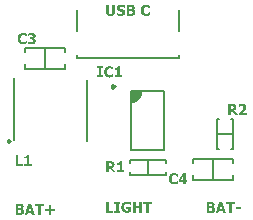
<source format=gto>
G04*
G04 #@! TF.GenerationSoftware,Altium Limited,Altium Designer,19.1.8 (144)*
G04*
G04 Layer_Color=65535*
%FSLAX25Y25*%
%MOIN*%
G70*
G01*
G75*
%ADD10C,0.00984*%
%ADD11C,0.00787*%
%ADD12C,0.00591*%
G36*
X42350Y55382D02*
X45850D01*
Y55037D01*
X45716Y54361D01*
X45452Y53724D01*
X45069Y53151D01*
X44581Y52663D01*
X44008Y52280D01*
X43371Y52016D01*
X42695Y51882D01*
X42350D01*
D01*
Y55382D01*
D02*
G37*
G36*
X35436Y63859D02*
X35496D01*
X35561Y63854D01*
X35691Y63839D01*
X35701D01*
X35721Y63834D01*
X35756Y63829D01*
X35801Y63819D01*
X35851Y63809D01*
X35906Y63799D01*
X36026Y63769D01*
X36031D01*
X36046Y63764D01*
X36071Y63754D01*
X36106Y63744D01*
X36146Y63729D01*
X36191Y63714D01*
X36291Y63669D01*
X36296Y63664D01*
X36316Y63659D01*
X36341Y63649D01*
X36376Y63634D01*
X36456Y63599D01*
X36496Y63579D01*
X36531Y63559D01*
Y62704D01*
X36436D01*
X36431Y62709D01*
X36426Y62714D01*
X36411Y62724D01*
X36391Y62744D01*
X36341Y62784D01*
X36271Y62839D01*
X36266Y62844D01*
X36256Y62854D01*
X36231Y62869D01*
X36206Y62889D01*
X36171Y62914D01*
X36136Y62939D01*
X36046Y62999D01*
X36041Y63004D01*
X36026Y63014D01*
X35996Y63024D01*
X35966Y63044D01*
X35921Y63064D01*
X35876Y63084D01*
X35821Y63109D01*
X35766Y63129D01*
X35761Y63134D01*
X35741Y63139D01*
X35711Y63149D01*
X35671Y63159D01*
X35621Y63169D01*
X35571Y63174D01*
X35511Y63184D01*
X35416D01*
X35381Y63179D01*
X35331Y63174D01*
X35276Y63169D01*
X35216Y63159D01*
X35156Y63139D01*
X35091Y63119D01*
X35086Y63114D01*
X35066Y63109D01*
X35031Y63094D01*
X34991Y63069D01*
X34946Y63039D01*
X34891Y63004D01*
X34836Y62959D01*
X34781Y62904D01*
X34776Y62899D01*
X34761Y62879D01*
X34736Y62849D01*
X34701Y62809D01*
X34666Y62754D01*
X34631Y62689D01*
X34596Y62614D01*
X34561Y62529D01*
Y62524D01*
X34556Y62519D01*
X34551Y62504D01*
X34546Y62489D01*
X34536Y62439D01*
X34521Y62374D01*
X34501Y62289D01*
X34491Y62194D01*
X34481Y62089D01*
X34476Y61974D01*
Y61969D01*
Y61959D01*
Y61944D01*
Y61919D01*
X34481Y61889D01*
Y61854D01*
X34486Y61779D01*
X34496Y61689D01*
X34511Y61594D01*
X34531Y61499D01*
X34561Y61409D01*
X34566Y61399D01*
X34576Y61369D01*
X34596Y61329D01*
X34626Y61279D01*
X34656Y61219D01*
X34696Y61154D01*
X34746Y61094D01*
X34796Y61039D01*
X34801Y61034D01*
X34821Y61019D01*
X34851Y60994D01*
X34891Y60964D01*
X34936Y60934D01*
X34991Y60899D01*
X35051Y60869D01*
X35111Y60844D01*
X35121D01*
X35141Y60834D01*
X35176Y60824D01*
X35221Y60814D01*
X35271Y60804D01*
X35331Y60794D01*
X35391Y60789D01*
X35456Y60784D01*
X35486D01*
X35521Y60789D01*
X35566D01*
X35616Y60799D01*
X35676Y60809D01*
X35736Y60819D01*
X35796Y60839D01*
X35801Y60844D01*
X35826Y60849D01*
X35856Y60864D01*
X35891Y60879D01*
X35936Y60899D01*
X35981Y60919D01*
X36026Y60949D01*
X36071Y60974D01*
X36076Y60979D01*
X36091Y60989D01*
X36116Y61004D01*
X36146Y61019D01*
X36216Y61069D01*
X36286Y61124D01*
X36291Y61129D01*
X36301Y61139D01*
X36316Y61149D01*
X36341Y61169D01*
X36391Y61214D01*
X36446Y61264D01*
X36531D01*
Y60414D01*
X36526D01*
X36511Y60404D01*
X36491Y60394D01*
X36466Y60384D01*
X36431Y60364D01*
X36391Y60349D01*
X36296Y60304D01*
X36291D01*
X36276Y60294D01*
X36246Y60284D01*
X36216Y60269D01*
X36176Y60254D01*
X36131Y60239D01*
X36031Y60204D01*
X36026D01*
X36001Y60199D01*
X35971Y60189D01*
X35926Y60179D01*
X35876Y60169D01*
X35826Y60154D01*
X35711Y60134D01*
X35706D01*
X35686Y60129D01*
X35651Y60124D01*
X35606Y60119D01*
X35551Y60114D01*
X35481Y60109D01*
X35396Y60104D01*
X35271D01*
X35226Y60109D01*
X35171Y60114D01*
X35101Y60119D01*
X35021Y60129D01*
X34936Y60144D01*
X34841Y60164D01*
X34736Y60189D01*
X34631Y60224D01*
X34526Y60264D01*
X34416Y60309D01*
X34311Y60369D01*
X34206Y60434D01*
X34111Y60509D01*
X34016Y60594D01*
X34011Y60599D01*
X33996Y60619D01*
X33971Y60644D01*
X33941Y60684D01*
X33906Y60734D01*
X33866Y60794D01*
X33821Y60869D01*
X33781Y60949D01*
X33736Y61044D01*
X33691Y61149D01*
X33651Y61259D01*
X33616Y61384D01*
X33586Y61519D01*
X33561Y61664D01*
X33546Y61814D01*
X33541Y61979D01*
Y61984D01*
Y61989D01*
Y62019D01*
X33546Y62064D01*
X33551Y62124D01*
X33556Y62194D01*
X33566Y62279D01*
X33581Y62374D01*
X33601Y62474D01*
X33626Y62579D01*
X33656Y62694D01*
X33696Y62804D01*
X33741Y62919D01*
X33796Y63034D01*
X33861Y63144D01*
X33931Y63249D01*
X34016Y63349D01*
X34021Y63354D01*
X34036Y63369D01*
X34066Y63399D01*
X34106Y63429D01*
X34151Y63469D01*
X34211Y63514D01*
X34281Y63559D01*
X34356Y63609D01*
X34446Y63654D01*
X34541Y63699D01*
X34646Y63744D01*
X34761Y63784D01*
X34886Y63819D01*
X35016Y63844D01*
X35156Y63859D01*
X35306Y63864D01*
X35381D01*
X35436Y63859D01*
D02*
G37*
G36*
X38806Y60804D02*
X39551D01*
Y60174D01*
X37166D01*
Y60804D01*
X37926D01*
Y62714D01*
X37166D01*
Y63304D01*
X37226D01*
X37271Y63309D01*
X37321D01*
X37376Y63314D01*
X37496Y63324D01*
X37501D01*
X37526Y63329D01*
X37556Y63334D01*
X37591Y63339D01*
X37676Y63364D01*
X37721Y63379D01*
X37761Y63394D01*
X37766Y63399D01*
X37781Y63404D01*
X37801Y63419D01*
X37826Y63434D01*
X37886Y63484D01*
X37941Y63549D01*
X37946Y63554D01*
X37951Y63569D01*
X37961Y63589D01*
X37976Y63619D01*
X37986Y63654D01*
X37996Y63699D01*
X38006Y63744D01*
X38011Y63799D01*
X38806D01*
Y60804D01*
D02*
G37*
G36*
X33156Y63159D02*
X32636D01*
Y60804D01*
X33156D01*
Y60174D01*
X31206D01*
Y60804D01*
X31726D01*
Y63159D01*
X31206D01*
Y63789D01*
X33156D01*
Y63159D01*
D02*
G37*
G36*
X79698Y51327D02*
X79753Y51322D01*
X79813Y51317D01*
X79883Y51307D01*
X79958Y51297D01*
X80113Y51262D01*
X80198Y51237D01*
X80278Y51212D01*
X80358Y51177D01*
X80433Y51137D01*
X80503Y51092D01*
X80568Y51042D01*
X80573Y51037D01*
X80583Y51027D01*
X80598Y51012D01*
X80623Y50992D01*
X80648Y50962D01*
X80673Y50927D01*
X80703Y50882D01*
X80738Y50837D01*
X80768Y50782D01*
X80798Y50722D01*
X80823Y50652D01*
X80853Y50582D01*
X80873Y50507D01*
X80888Y50422D01*
X80898Y50332D01*
X80903Y50237D01*
Y50232D01*
Y50222D01*
Y50207D01*
Y50182D01*
X80898Y50152D01*
X80893Y50117D01*
X80883Y50037D01*
X80863Y49937D01*
X80838Y49832D01*
X80798Y49717D01*
X80748Y49602D01*
Y49597D01*
X80743Y49587D01*
X80733Y49572D01*
X80718Y49547D01*
X80703Y49522D01*
X80683Y49487D01*
X80628Y49407D01*
X80558Y49307D01*
X80473Y49197D01*
X80368Y49077D01*
X80248Y48947D01*
X80238Y48937D01*
X80213Y48912D01*
X80168Y48867D01*
X80113Y48817D01*
X80048Y48757D01*
X79978Y48692D01*
X79823Y48557D01*
X79813Y48552D01*
X79788Y48532D01*
X79753Y48502D01*
X79708Y48467D01*
X79608Y48387D01*
X79563Y48352D01*
X79523Y48322D01*
X81063D01*
Y47642D01*
X78403D01*
Y48227D01*
X78408Y48232D01*
X78418Y48237D01*
X78438Y48252D01*
X78458Y48272D01*
X78488Y48297D01*
X78523Y48327D01*
X78603Y48392D01*
X78698Y48467D01*
X78798Y48552D01*
X78903Y48642D01*
X79008Y48732D01*
X79013Y48737D01*
X79018Y48742D01*
X79033Y48757D01*
X79053Y48772D01*
X79103Y48817D01*
X79168Y48877D01*
X79243Y48947D01*
X79323Y49027D01*
X79403Y49107D01*
X79483Y49187D01*
X79488Y49192D01*
X79493Y49202D01*
X79508Y49212D01*
X79528Y49232D01*
X79573Y49287D01*
X79633Y49352D01*
X79693Y49432D01*
X79758Y49512D01*
X79818Y49597D01*
X79868Y49677D01*
X79873Y49687D01*
X79888Y49712D01*
X79908Y49757D01*
X79928Y49812D01*
X79948Y49877D01*
X79968Y49947D01*
X79983Y50027D01*
X79988Y50112D01*
Y50117D01*
Y50122D01*
Y50152D01*
X79978Y50202D01*
X79968Y50257D01*
X79948Y50317D01*
X79923Y50382D01*
X79883Y50447D01*
X79833Y50502D01*
X79828Y50507D01*
X79808Y50522D01*
X79773Y50547D01*
X79723Y50572D01*
X79663Y50592D01*
X79593Y50617D01*
X79508Y50632D01*
X79413Y50637D01*
X79363D01*
X79328Y50632D01*
X79288Y50627D01*
X79248Y50622D01*
X79153Y50602D01*
X79148D01*
X79133Y50597D01*
X79108Y50587D01*
X79073Y50577D01*
X79038Y50567D01*
X78993Y50547D01*
X78903Y50512D01*
X78898D01*
X78883Y50502D01*
X78858Y50492D01*
X78828Y50477D01*
X78758Y50442D01*
X78688Y50397D01*
X78683D01*
X78673Y50387D01*
X78643Y50367D01*
X78598Y50342D01*
X78563Y50317D01*
X78493D01*
Y51102D01*
X78498Y51107D01*
X78523Y51117D01*
X78558Y51132D01*
X78608Y51147D01*
X78673Y51172D01*
X78758Y51197D01*
X78853Y51222D01*
X78968Y51252D01*
X78973D01*
X78983Y51257D01*
X78998Y51262D01*
X79023Y51267D01*
X79053Y51272D01*
X79088Y51277D01*
X79168Y51292D01*
X79263Y51307D01*
X79368Y51322D01*
X79478Y51327D01*
X79593Y51332D01*
X79653D01*
X79698Y51327D01*
D02*
G37*
G36*
X76433Y51252D02*
X76513Y51247D01*
X76598Y51242D01*
X76688Y51232D01*
X76773Y51217D01*
X76783D01*
X76813Y51207D01*
X76853Y51197D01*
X76908Y51182D01*
X76973Y51162D01*
X77043Y51137D01*
X77118Y51102D01*
X77188Y51062D01*
X77198Y51057D01*
X77218Y51042D01*
X77258Y51012D01*
X77298Y50977D01*
X77348Y50932D01*
X77403Y50877D01*
X77453Y50817D01*
X77498Y50747D01*
X77503Y50737D01*
X77518Y50712D01*
X77533Y50672D01*
X77558Y50617D01*
X77578Y50547D01*
X77593Y50462D01*
X77608Y50367D01*
X77613Y50262D01*
Y50257D01*
Y50242D01*
Y50222D01*
X77608Y50192D01*
Y50157D01*
X77603Y50117D01*
X77588Y50022D01*
X77568Y49917D01*
X77533Y49802D01*
X77488Y49692D01*
X77423Y49587D01*
Y49582D01*
X77413Y49577D01*
X77403Y49562D01*
X77388Y49542D01*
X77348Y49497D01*
X77293Y49437D01*
X77218Y49372D01*
X77133Y49307D01*
X77033Y49237D01*
X76923Y49177D01*
X78143Y47642D01*
X77033D01*
X76028Y48967D01*
X75708D01*
Y47642D01*
X74803D01*
Y51257D01*
X76358D01*
X76433Y51252D01*
D02*
G37*
G36*
X39556Y29157D02*
X40301D01*
Y28527D01*
X37916D01*
Y29157D01*
X38676D01*
Y31067D01*
X37916D01*
Y31657D01*
X37976D01*
X38021Y31662D01*
X38071D01*
X38126Y31667D01*
X38246Y31677D01*
X38251D01*
X38276Y31682D01*
X38306Y31687D01*
X38341Y31692D01*
X38426Y31717D01*
X38471Y31732D01*
X38511Y31747D01*
X38516Y31752D01*
X38531Y31757D01*
X38551Y31772D01*
X38576Y31787D01*
X38636Y31837D01*
X38691Y31902D01*
X38696Y31907D01*
X38701Y31922D01*
X38711Y31942D01*
X38726Y31972D01*
X38736Y32007D01*
X38746Y32052D01*
X38756Y32097D01*
X38761Y32152D01*
X39556D01*
Y29157D01*
D02*
G37*
G36*
X35836Y32137D02*
X35916Y32132D01*
X36001Y32127D01*
X36091Y32117D01*
X36176Y32102D01*
X36186D01*
X36216Y32092D01*
X36256Y32082D01*
X36311Y32067D01*
X36376Y32047D01*
X36446Y32022D01*
X36521Y31987D01*
X36591Y31947D01*
X36601Y31942D01*
X36621Y31927D01*
X36661Y31897D01*
X36701Y31862D01*
X36751Y31817D01*
X36806Y31762D01*
X36856Y31702D01*
X36901Y31632D01*
X36906Y31622D01*
X36921Y31597D01*
X36936Y31557D01*
X36961Y31502D01*
X36981Y31432D01*
X36996Y31347D01*
X37011Y31252D01*
X37016Y31147D01*
Y31142D01*
Y31127D01*
Y31107D01*
X37011Y31077D01*
Y31042D01*
X37006Y31002D01*
X36991Y30907D01*
X36971Y30802D01*
X36936Y30687D01*
X36891Y30577D01*
X36826Y30472D01*
Y30467D01*
X36816Y30462D01*
X36806Y30447D01*
X36791Y30427D01*
X36751Y30382D01*
X36696Y30322D01*
X36621Y30257D01*
X36536Y30192D01*
X36436Y30122D01*
X36326Y30062D01*
X37546Y28527D01*
X36436D01*
X35431Y29852D01*
X35111D01*
Y28527D01*
X34206D01*
Y32142D01*
X35761D01*
X35836Y32137D01*
D02*
G37*
G36*
X8617Y31236D02*
X9362D01*
Y30606D01*
X6977D01*
Y31236D01*
X7737D01*
Y33146D01*
X6977D01*
Y33736D01*
X7036D01*
X7081Y33741D01*
X7131D01*
X7186Y33746D01*
X7306Y33756D01*
X7311D01*
X7337Y33761D01*
X7367Y33766D01*
X7401Y33771D01*
X7486Y33796D01*
X7531Y33811D01*
X7571Y33826D01*
X7576Y33831D01*
X7592Y33836D01*
X7611Y33851D01*
X7637Y33866D01*
X7696Y33916D01*
X7751Y33981D01*
X7756Y33986D01*
X7762Y34001D01*
X7772Y34021D01*
X7786Y34051D01*
X7796Y34086D01*
X7807Y34131D01*
X7817Y34176D01*
X7822Y34231D01*
X8617D01*
Y31236D01*
D02*
G37*
G36*
X4941Y31296D02*
X6442D01*
Y30606D01*
X4031D01*
Y34221D01*
X4941D01*
Y31296D01*
D02*
G37*
G36*
X41246Y18759D02*
X41336D01*
X41391Y18754D01*
X41506Y18744D01*
X41631Y18724D01*
X41751Y18704D01*
X41866Y18674D01*
X41871D01*
X41881Y18669D01*
X41896Y18664D01*
X41916Y18659D01*
X41941Y18649D01*
X41971Y18639D01*
X42046Y18614D01*
X42136Y18579D01*
X42236Y18539D01*
X42341Y18494D01*
X42456Y18444D01*
Y17599D01*
X42366D01*
X42361Y17609D01*
X42346Y17619D01*
X42321Y17634D01*
X42296Y17654D01*
X42266Y17679D01*
X42226Y17709D01*
X42181Y17739D01*
X42176Y17744D01*
X42161Y17754D01*
X42136Y17774D01*
X42106Y17794D01*
X42071Y17819D01*
X42031Y17849D01*
X41946Y17899D01*
X41941Y17904D01*
X41921Y17914D01*
X41891Y17924D01*
X41856Y17944D01*
X41806Y17964D01*
X41751Y17984D01*
X41691Y18009D01*
X41626Y18029D01*
X41616Y18034D01*
X41596Y18039D01*
X41561Y18049D01*
X41516Y18059D01*
X41456Y18069D01*
X41396Y18079D01*
X41326Y18089D01*
X41211D01*
X41166Y18084D01*
X41111Y18079D01*
X41046Y18069D01*
X40976Y18059D01*
X40901Y18039D01*
X40826Y18014D01*
X40816Y18009D01*
X40796Y17999D01*
X40756Y17984D01*
X40711Y17959D01*
X40661Y17924D01*
X40601Y17889D01*
X40546Y17844D01*
X40486Y17789D01*
X40481Y17784D01*
X40461Y17764D01*
X40436Y17729D01*
X40401Y17689D01*
X40366Y17634D01*
X40326Y17574D01*
X40291Y17499D01*
X40256Y17419D01*
X40251Y17409D01*
X40246Y17379D01*
X40231Y17334D01*
X40216Y17269D01*
X40201Y17194D01*
X40191Y17104D01*
X40181Y17004D01*
X40176Y16899D01*
Y16894D01*
Y16869D01*
Y16839D01*
X40181Y16794D01*
X40186Y16744D01*
X40191Y16679D01*
X40201Y16614D01*
X40216Y16544D01*
X40251Y16389D01*
X40281Y16309D01*
X40311Y16234D01*
X40346Y16159D01*
X40386Y16084D01*
X40436Y16019D01*
X40491Y15959D01*
X40496Y15954D01*
X40506Y15944D01*
X40526Y15929D01*
X40551Y15914D01*
X40581Y15889D01*
X40621Y15864D01*
X40666Y15839D01*
X40721Y15809D01*
X40781Y15779D01*
X40846Y15754D01*
X40916Y15729D01*
X40991Y15704D01*
X41076Y15689D01*
X41166Y15674D01*
X41261Y15664D01*
X41361Y15659D01*
X41551D01*
X41591Y15664D01*
Y16384D01*
X40891D01*
Y17064D01*
X42471D01*
Y15279D01*
X42466D01*
X42461Y15274D01*
X42446Y15269D01*
X42426Y15264D01*
X42406Y15254D01*
X42376Y15244D01*
X42306Y15219D01*
X42216Y15189D01*
X42106Y15159D01*
X41986Y15124D01*
X41851Y15089D01*
X41846D01*
X41836Y15084D01*
X41816Y15079D01*
X41786Y15074D01*
X41751Y15069D01*
X41711Y15059D01*
X41666Y15054D01*
X41616Y15044D01*
X41501Y15029D01*
X41376Y15014D01*
X41241Y15004D01*
X41101Y14999D01*
X41066D01*
X41021Y15004D01*
X40961Y15009D01*
X40891Y15014D01*
X40806Y15024D01*
X40711Y15039D01*
X40611Y15059D01*
X40506Y15084D01*
X40396Y15119D01*
X40286Y15159D01*
X40171Y15204D01*
X40061Y15264D01*
X39951Y15329D01*
X39846Y15404D01*
X39746Y15489D01*
X39741Y15494D01*
X39726Y15514D01*
X39701Y15539D01*
X39666Y15579D01*
X39631Y15629D01*
X39586Y15694D01*
X39541Y15764D01*
X39496Y15849D01*
X39446Y15939D01*
X39401Y16044D01*
X39356Y16159D01*
X39321Y16284D01*
X39286Y16419D01*
X39261Y16564D01*
X39246Y16719D01*
X39241Y16884D01*
Y16894D01*
Y16924D01*
X39246Y16964D01*
X39251Y17024D01*
X39256Y17099D01*
X39266Y17179D01*
X39281Y17274D01*
X39306Y17374D01*
X39331Y17479D01*
X39366Y17589D01*
X39406Y17704D01*
X39456Y17819D01*
X39511Y17934D01*
X39581Y18044D01*
X39656Y18149D01*
X39746Y18249D01*
X39751Y18254D01*
X39771Y18269D01*
X39801Y18299D01*
X39841Y18329D01*
X39891Y18369D01*
X39951Y18414D01*
X40026Y18459D01*
X40111Y18509D01*
X40201Y18554D01*
X40306Y18599D01*
X40421Y18644D01*
X40546Y18684D01*
X40676Y18719D01*
X40821Y18744D01*
X40971Y18759D01*
X41131Y18764D01*
X41206D01*
X41246Y18759D01*
D02*
G37*
G36*
X46206Y15074D02*
X45296D01*
Y16674D01*
X44066D01*
Y15074D01*
X43156D01*
Y18689D01*
X44066D01*
Y17364D01*
X45296D01*
Y18689D01*
X46206D01*
Y15074D01*
D02*
G37*
G36*
X49631Y17999D02*
X48561D01*
Y15074D01*
X47651D01*
Y17999D01*
X46581D01*
Y18689D01*
X49631D01*
Y17999D01*
D02*
G37*
G36*
X38856Y18059D02*
X38336D01*
Y15704D01*
X38856D01*
Y15074D01*
X36906D01*
Y15704D01*
X37426D01*
Y18059D01*
X36906D01*
Y18689D01*
X38856D01*
Y18059D01*
D02*
G37*
G36*
X35116Y15764D02*
X36616D01*
Y15074D01*
X34206D01*
Y18689D01*
X35116D01*
Y15764D01*
D02*
G37*
G36*
X79061Y16234D02*
X77451D01*
Y16904D01*
X79061D01*
Y16234D01*
D02*
G37*
G36*
X77191Y17899D02*
X76121D01*
Y14974D01*
X75211D01*
Y17899D01*
X74141D01*
Y18589D01*
X77191D01*
Y17899D01*
D02*
G37*
G36*
X74156Y14974D02*
X73221D01*
X72996Y15709D01*
X71856D01*
X71631Y14974D01*
X70726D01*
X71946Y18589D01*
X72931D01*
X74156Y14974D01*
D02*
G37*
G36*
X69206Y18584D02*
X69301Y18579D01*
X69401Y18574D01*
X69496Y18564D01*
X69581Y18554D01*
X69591D01*
X69616Y18549D01*
X69656Y18539D01*
X69706Y18529D01*
X69766Y18509D01*
X69831Y18489D01*
X69896Y18464D01*
X69966Y18429D01*
X69976Y18424D01*
X69996Y18409D01*
X70031Y18389D01*
X70076Y18354D01*
X70121Y18314D01*
X70171Y18269D01*
X70216Y18209D01*
X70256Y18149D01*
X70261Y18139D01*
X70271Y18119D01*
X70286Y18084D01*
X70306Y18034D01*
X70326Y17974D01*
X70341Y17904D01*
X70351Y17829D01*
X70356Y17744D01*
Y17739D01*
Y17734D01*
Y17719D01*
Y17699D01*
X70351Y17649D01*
X70341Y17584D01*
X70321Y17514D01*
X70301Y17434D01*
X70266Y17354D01*
X70221Y17274D01*
X70216Y17264D01*
X70196Y17239D01*
X70166Y17204D01*
X70126Y17159D01*
X70076Y17109D01*
X70011Y17059D01*
X69941Y17009D01*
X69856Y16969D01*
Y16949D01*
X69861D01*
X69871Y16944D01*
X69886Y16939D01*
X69911Y16934D01*
X69941Y16924D01*
X69971Y16914D01*
X70051Y16889D01*
X70136Y16849D01*
X70221Y16799D01*
X70311Y16734D01*
X70391Y16659D01*
X70401Y16649D01*
X70421Y16619D01*
X70456Y16574D01*
X70496Y16504D01*
X70531Y16424D01*
X70566Y16324D01*
X70586Y16209D01*
X70596Y16079D01*
Y16074D01*
Y16069D01*
Y16054D01*
Y16034D01*
X70591Y15984D01*
X70581Y15919D01*
X70571Y15844D01*
X70551Y15764D01*
X70526Y15684D01*
X70491Y15604D01*
X70486Y15594D01*
X70471Y15569D01*
X70451Y15534D01*
X70421Y15484D01*
X70381Y15434D01*
X70331Y15374D01*
X70276Y15319D01*
X70216Y15269D01*
X70206Y15264D01*
X70181Y15244D01*
X70141Y15214D01*
X70086Y15179D01*
X70021Y15144D01*
X69946Y15104D01*
X69861Y15069D01*
X69771Y15039D01*
X69766D01*
X69761Y15034D01*
X69746D01*
X69726Y15029D01*
X69701Y15024D01*
X69676Y15019D01*
X69601Y15009D01*
X69511Y14994D01*
X69406Y14984D01*
X69286Y14979D01*
X69151Y14974D01*
X67706D01*
Y18589D01*
X69116D01*
X69206Y18584D01*
D02*
G37*
G36*
X15867Y16275D02*
X17107D01*
Y15650D01*
X15867D01*
Y14410D01*
X15226D01*
Y15650D01*
X13986D01*
Y16275D01*
X15226D01*
Y17515D01*
X15867D01*
Y16275D01*
D02*
G37*
G36*
X13517Y17295D02*
X12447D01*
Y14370D01*
X11536D01*
Y17295D01*
X10467D01*
Y17985D01*
X13517D01*
Y17295D01*
D02*
G37*
G36*
X10481Y14370D02*
X9546D01*
X9322Y15105D01*
X8181D01*
X7957Y14370D01*
X7051D01*
X8271Y17985D01*
X9257D01*
X10481Y14370D01*
D02*
G37*
G36*
X5531Y17980D02*
X5627Y17975D01*
X5726Y17970D01*
X5821Y17960D01*
X5906Y17950D01*
X5917D01*
X5942Y17945D01*
X5982Y17935D01*
X6032Y17925D01*
X6092Y17905D01*
X6157Y17885D01*
X6222Y17860D01*
X6291Y17825D01*
X6301Y17820D01*
X6322Y17805D01*
X6357Y17785D01*
X6402Y17750D01*
X6447Y17710D01*
X6497Y17665D01*
X6542Y17605D01*
X6582Y17545D01*
X6587Y17535D01*
X6596Y17515D01*
X6611Y17480D01*
X6632Y17430D01*
X6651Y17370D01*
X6667Y17300D01*
X6677Y17225D01*
X6681Y17140D01*
Y17135D01*
Y17130D01*
Y17115D01*
Y17095D01*
X6677Y17045D01*
X6667Y16980D01*
X6646Y16910D01*
X6627Y16830D01*
X6592Y16750D01*
X6547Y16670D01*
X6542Y16660D01*
X6521Y16635D01*
X6492Y16600D01*
X6452Y16555D01*
X6402Y16505D01*
X6336Y16455D01*
X6267Y16405D01*
X6182Y16365D01*
Y16345D01*
X6186D01*
X6196Y16340D01*
X6211Y16335D01*
X6236Y16330D01*
X6267Y16320D01*
X6296Y16310D01*
X6376Y16285D01*
X6461Y16245D01*
X6547Y16195D01*
X6637Y16130D01*
X6717Y16055D01*
X6726Y16045D01*
X6746Y16015D01*
X6781Y15970D01*
X6821Y15900D01*
X6857Y15820D01*
X6892Y15720D01*
X6911Y15605D01*
X6921Y15475D01*
Y15470D01*
Y15465D01*
Y15450D01*
Y15430D01*
X6916Y15380D01*
X6906Y15315D01*
X6897Y15240D01*
X6876Y15160D01*
X6852Y15080D01*
X6816Y15000D01*
X6812Y14990D01*
X6797Y14965D01*
X6776Y14930D01*
X6746Y14880D01*
X6707Y14830D01*
X6656Y14770D01*
X6601Y14715D01*
X6542Y14665D01*
X6532Y14660D01*
X6506Y14640D01*
X6466Y14610D01*
X6412Y14575D01*
X6346Y14540D01*
X6272Y14500D01*
X6186Y14465D01*
X6097Y14435D01*
X6092D01*
X6086Y14430D01*
X6072D01*
X6052Y14425D01*
X6027Y14420D01*
X6002Y14415D01*
X5926Y14405D01*
X5836Y14390D01*
X5731Y14380D01*
X5612Y14375D01*
X5477Y14370D01*
X4031D01*
Y17985D01*
X5441D01*
X5531Y17980D01*
D02*
G37*
G36*
X39371Y84384D02*
X39451Y84379D01*
X39546Y84374D01*
X39656Y84359D01*
X39771Y84344D01*
X39891Y84319D01*
X39896D01*
X39906Y84314D01*
X39921D01*
X39946Y84309D01*
X39971Y84299D01*
X40006Y84294D01*
X40081Y84274D01*
X40171Y84249D01*
X40271Y84219D01*
X40366Y84184D01*
X40466Y84144D01*
Y83319D01*
X40381D01*
X40371Y83329D01*
X40346Y83349D01*
X40301Y83379D01*
X40246Y83419D01*
X40176Y83464D01*
X40091Y83514D01*
X39996Y83564D01*
X39891Y83609D01*
X39886D01*
X39876Y83614D01*
X39861Y83619D01*
X39841Y83629D01*
X39816Y83639D01*
X39781Y83649D01*
X39706Y83669D01*
X39616Y83689D01*
X39516Y83709D01*
X39411Y83724D01*
X39296Y83729D01*
X39226D01*
X39156Y83719D01*
X39081Y83709D01*
X39076D01*
X39066Y83704D01*
X39046D01*
X39021Y83694D01*
X38956Y83674D01*
X38881Y83644D01*
X38876D01*
X38866Y83639D01*
X38851Y83629D01*
X38831Y83614D01*
X38786Y83579D01*
X38736Y83529D01*
Y83524D01*
X38726Y83514D01*
X38716Y83499D01*
X38706Y83479D01*
X38686Y83424D01*
X38681Y83394D01*
X38676Y83359D01*
Y83354D01*
Y83339D01*
X38681Y83314D01*
X38686Y83279D01*
X38701Y83244D01*
X38716Y83209D01*
X38741Y83174D01*
X38771Y83139D01*
X38776Y83134D01*
X38791Y83124D01*
X38816Y83109D01*
X38856Y83089D01*
X38906Y83069D01*
X38976Y83044D01*
X39056Y83019D01*
X39151Y82994D01*
X39161D01*
X39181Y82989D01*
X39216Y82979D01*
X39266Y82969D01*
X39316Y82959D01*
X39376Y82944D01*
X39501Y82914D01*
X39511D01*
X39531Y82909D01*
X39566Y82899D01*
X39611Y82884D01*
X39666Y82869D01*
X39726Y82854D01*
X39796Y82834D01*
X39866Y82809D01*
X39871D01*
X39881Y82804D01*
X39901Y82794D01*
X39926Y82784D01*
X39961Y82769D01*
X39996Y82754D01*
X40076Y82709D01*
X40166Y82659D01*
X40261Y82594D01*
X40351Y82519D01*
X40426Y82439D01*
X40436Y82429D01*
X40441Y82414D01*
X40456Y82399D01*
X40486Y82349D01*
X40521Y82279D01*
X40551Y82194D01*
X40581Y82089D01*
X40601Y81969D01*
X40611Y81834D01*
Y81829D01*
Y81809D01*
X40606Y81784D01*
Y81744D01*
X40596Y81699D01*
X40591Y81649D01*
X40576Y81589D01*
X40556Y81524D01*
X40536Y81459D01*
X40506Y81389D01*
X40471Y81314D01*
X40431Y81244D01*
X40381Y81174D01*
X40326Y81099D01*
X40261Y81034D01*
X40186Y80969D01*
X40181Y80964D01*
X40166Y80954D01*
X40141Y80939D01*
X40111Y80919D01*
X40066Y80894D01*
X40016Y80864D01*
X39951Y80839D01*
X39886Y80809D01*
X39806Y80774D01*
X39721Y80749D01*
X39626Y80719D01*
X39526Y80694D01*
X39416Y80674D01*
X39296Y80659D01*
X39171Y80649D01*
X39041Y80644D01*
X38971D01*
X38936Y80649D01*
X38846D01*
X38796Y80654D01*
X38681Y80664D01*
X38556Y80679D01*
X38431Y80699D01*
X38311Y80724D01*
X38306D01*
X38296Y80729D01*
X38281Y80734D01*
X38256Y80739D01*
X38231Y80744D01*
X38196Y80754D01*
X38121Y80779D01*
X38031Y80809D01*
X37936Y80839D01*
X37731Y80919D01*
Y81784D01*
X37811D01*
X37816Y81779D01*
X37821Y81774D01*
X37836Y81764D01*
X37861Y81744D01*
X37886Y81724D01*
X37916Y81704D01*
X37986Y81649D01*
X38076Y81594D01*
X38176Y81534D01*
X38291Y81474D01*
X38411Y81424D01*
X38416D01*
X38426Y81419D01*
X38446Y81414D01*
X38466Y81404D01*
X38496Y81394D01*
X38531Y81384D01*
X38616Y81364D01*
X38711Y81344D01*
X38816Y81324D01*
X38931Y81309D01*
X39046Y81304D01*
X39101D01*
X39131Y81309D01*
X39166D01*
X39206Y81314D01*
X39251Y81319D01*
X39256D01*
X39271Y81324D01*
X39296D01*
X39326Y81334D01*
X39391Y81349D01*
X39426Y81359D01*
X39456Y81374D01*
X39461D01*
X39471Y81384D01*
X39491Y81389D01*
X39511Y81404D01*
X39566Y81439D01*
X39616Y81484D01*
X39621Y81489D01*
X39626Y81499D01*
X39636Y81514D01*
X39651Y81539D01*
X39666Y81564D01*
X39676Y81599D01*
X39681Y81639D01*
X39686Y81684D01*
Y81689D01*
Y81709D01*
X39681Y81729D01*
X39671Y81764D01*
X39661Y81799D01*
X39641Y81834D01*
X39611Y81869D01*
X39576Y81904D01*
X39571Y81909D01*
X39556Y81919D01*
X39536Y81934D01*
X39506Y81954D01*
X39466Y81974D01*
X39426Y81994D01*
X39376Y82014D01*
X39321Y82029D01*
X39311D01*
X39291Y82039D01*
X39251Y82044D01*
X39201Y82059D01*
X39141Y82069D01*
X39076Y82084D01*
X39001Y82104D01*
X38926Y82119D01*
X38916D01*
X38891Y82129D01*
X38851Y82139D01*
X38801Y82149D01*
X38741Y82164D01*
X38671Y82184D01*
X38536Y82224D01*
X38531D01*
X38516Y82229D01*
X38496Y82239D01*
X38466Y82254D01*
X38431Y82269D01*
X38391Y82284D01*
X38301Y82329D01*
X38201Y82389D01*
X38101Y82454D01*
X38011Y82534D01*
X37966Y82579D01*
X37931Y82624D01*
Y82629D01*
X37921Y82634D01*
X37916Y82649D01*
X37901Y82669D01*
X37891Y82694D01*
X37876Y82724D01*
X37841Y82794D01*
X37806Y82889D01*
X37781Y82994D01*
X37761Y83114D01*
X37751Y83249D01*
Y83254D01*
Y83274D01*
X37756Y83299D01*
Y83334D01*
X37766Y83379D01*
X37776Y83429D01*
X37786Y83484D01*
X37806Y83544D01*
X37826Y83609D01*
X37856Y83674D01*
X37891Y83744D01*
X37931Y83814D01*
X37981Y83879D01*
X38036Y83949D01*
X38101Y84014D01*
X38176Y84074D01*
X38181Y84079D01*
X38196Y84089D01*
X38221Y84104D01*
X38251Y84124D01*
X38296Y84149D01*
X38346Y84174D01*
X38406Y84204D01*
X38471Y84234D01*
X38546Y84259D01*
X38626Y84289D01*
X38716Y84314D01*
X38811Y84339D01*
X38911Y84359D01*
X39021Y84374D01*
X39131Y84384D01*
X39251Y84389D01*
X39336D01*
X39371Y84384D01*
D02*
G37*
G36*
X47626Y84394D02*
X47686D01*
X47751Y84389D01*
X47881Y84374D01*
X47891D01*
X47911Y84369D01*
X47946Y84364D01*
X47991Y84354D01*
X48041Y84344D01*
X48096Y84334D01*
X48216Y84304D01*
X48221D01*
X48236Y84299D01*
X48261Y84289D01*
X48296Y84279D01*
X48336Y84264D01*
X48381Y84249D01*
X48481Y84204D01*
X48486Y84199D01*
X48506Y84194D01*
X48531Y84184D01*
X48566Y84169D01*
X48646Y84134D01*
X48686Y84114D01*
X48721Y84094D01*
Y83239D01*
X48626D01*
X48621Y83244D01*
X48616Y83249D01*
X48601Y83259D01*
X48581Y83279D01*
X48531Y83319D01*
X48461Y83374D01*
X48456Y83379D01*
X48446Y83389D01*
X48421Y83404D01*
X48396Y83424D01*
X48361Y83449D01*
X48326Y83474D01*
X48236Y83534D01*
X48231Y83539D01*
X48216Y83549D01*
X48186Y83559D01*
X48156Y83579D01*
X48111Y83599D01*
X48066Y83619D01*
X48011Y83644D01*
X47956Y83664D01*
X47951Y83669D01*
X47931Y83674D01*
X47901Y83684D01*
X47861Y83694D01*
X47811Y83704D01*
X47761Y83709D01*
X47701Y83719D01*
X47606D01*
X47571Y83714D01*
X47521Y83709D01*
X47466Y83704D01*
X47406Y83694D01*
X47346Y83674D01*
X47281Y83654D01*
X47276Y83649D01*
X47256Y83644D01*
X47221Y83629D01*
X47181Y83604D01*
X47136Y83574D01*
X47081Y83539D01*
X47026Y83494D01*
X46971Y83439D01*
X46966Y83434D01*
X46951Y83414D01*
X46926Y83384D01*
X46891Y83344D01*
X46856Y83289D01*
X46821Y83224D01*
X46786Y83149D01*
X46751Y83064D01*
Y83059D01*
X46746Y83054D01*
X46741Y83039D01*
X46736Y83024D01*
X46726Y82974D01*
X46711Y82909D01*
X46691Y82824D01*
X46681Y82729D01*
X46671Y82624D01*
X46666Y82509D01*
Y82504D01*
Y82494D01*
Y82479D01*
Y82454D01*
X46671Y82424D01*
Y82389D01*
X46676Y82314D01*
X46686Y82224D01*
X46701Y82129D01*
X46721Y82034D01*
X46751Y81944D01*
X46756Y81934D01*
X46766Y81904D01*
X46786Y81864D01*
X46816Y81814D01*
X46846Y81754D01*
X46886Y81689D01*
X46936Y81629D01*
X46986Y81574D01*
X46991Y81569D01*
X47011Y81554D01*
X47041Y81529D01*
X47081Y81499D01*
X47126Y81469D01*
X47181Y81434D01*
X47241Y81404D01*
X47301Y81379D01*
X47311D01*
X47331Y81369D01*
X47366Y81359D01*
X47411Y81349D01*
X47461Y81339D01*
X47521Y81329D01*
X47581Y81324D01*
X47646Y81319D01*
X47676D01*
X47711Y81324D01*
X47756D01*
X47806Y81334D01*
X47866Y81344D01*
X47926Y81354D01*
X47986Y81374D01*
X47991Y81379D01*
X48016Y81384D01*
X48046Y81399D01*
X48081Y81414D01*
X48126Y81434D01*
X48171Y81454D01*
X48216Y81484D01*
X48261Y81509D01*
X48266Y81514D01*
X48281Y81524D01*
X48306Y81539D01*
X48336Y81554D01*
X48406Y81604D01*
X48476Y81659D01*
X48481Y81664D01*
X48491Y81674D01*
X48506Y81684D01*
X48531Y81704D01*
X48581Y81749D01*
X48636Y81799D01*
X48721D01*
Y80949D01*
X48716D01*
X48701Y80939D01*
X48681Y80929D01*
X48656Y80919D01*
X48621Y80899D01*
X48581Y80884D01*
X48486Y80839D01*
X48481D01*
X48466Y80829D01*
X48436Y80819D01*
X48406Y80804D01*
X48366Y80789D01*
X48321Y80774D01*
X48221Y80739D01*
X48216D01*
X48191Y80734D01*
X48161Y80724D01*
X48116Y80714D01*
X48066Y80704D01*
X48016Y80689D01*
X47901Y80669D01*
X47896D01*
X47876Y80664D01*
X47841Y80659D01*
X47796Y80654D01*
X47741Y80649D01*
X47671Y80644D01*
X47586Y80639D01*
X47461D01*
X47416Y80644D01*
X47361Y80649D01*
X47291Y80654D01*
X47211Y80664D01*
X47126Y80679D01*
X47031Y80699D01*
X46926Y80724D01*
X46821Y80759D01*
X46716Y80799D01*
X46606Y80844D01*
X46501Y80904D01*
X46396Y80969D01*
X46301Y81044D01*
X46206Y81129D01*
X46201Y81134D01*
X46186Y81154D01*
X46161Y81179D01*
X46131Y81219D01*
X46096Y81269D01*
X46056Y81329D01*
X46011Y81404D01*
X45971Y81484D01*
X45926Y81579D01*
X45881Y81684D01*
X45841Y81794D01*
X45806Y81919D01*
X45776Y82054D01*
X45751Y82199D01*
X45736Y82349D01*
X45731Y82514D01*
Y82519D01*
Y82524D01*
Y82554D01*
X45736Y82599D01*
X45741Y82659D01*
X45746Y82729D01*
X45756Y82814D01*
X45771Y82909D01*
X45791Y83009D01*
X45816Y83114D01*
X45846Y83229D01*
X45886Y83339D01*
X45931Y83454D01*
X45986Y83569D01*
X46051Y83679D01*
X46121Y83784D01*
X46206Y83884D01*
X46211Y83889D01*
X46226Y83904D01*
X46256Y83934D01*
X46296Y83964D01*
X46341Y84004D01*
X46401Y84049D01*
X46471Y84094D01*
X46546Y84144D01*
X46636Y84189D01*
X46731Y84234D01*
X46836Y84279D01*
X46951Y84319D01*
X47076Y84354D01*
X47206Y84379D01*
X47346Y84394D01*
X47496Y84399D01*
X47571D01*
X47626Y84394D01*
D02*
G37*
G36*
X37226Y82014D02*
Y82009D01*
Y81984D01*
Y81949D01*
X37221Y81904D01*
X37216Y81849D01*
X37206Y81784D01*
X37196Y81714D01*
X37176Y81639D01*
X37156Y81554D01*
X37131Y81474D01*
X37101Y81384D01*
X37066Y81299D01*
X37021Y81219D01*
X36966Y81139D01*
X36911Y81059D01*
X36841Y80989D01*
X36836Y80984D01*
X36821Y80974D01*
X36801Y80954D01*
X36771Y80934D01*
X36731Y80909D01*
X36681Y80879D01*
X36626Y80844D01*
X36556Y80814D01*
X36481Y80779D01*
X36396Y80744D01*
X36306Y80714D01*
X36206Y80689D01*
X36096Y80669D01*
X35976Y80649D01*
X35846Y80639D01*
X35711Y80634D01*
X35641D01*
X35591Y80639D01*
X35531Y80644D01*
X35461Y80654D01*
X35386Y80664D01*
X35301Y80679D01*
X35211Y80694D01*
X35121Y80719D01*
X35026Y80749D01*
X34936Y80784D01*
X34846Y80824D01*
X34756Y80869D01*
X34671Y80924D01*
X34596Y80984D01*
X34591Y80989D01*
X34581Y80999D01*
X34561Y81019D01*
X34536Y81049D01*
X34506Y81084D01*
X34471Y81129D01*
X34436Y81184D01*
X34401Y81244D01*
X34366Y81314D01*
X34331Y81389D01*
X34296Y81474D01*
X34266Y81564D01*
X34241Y81669D01*
X34221Y81774D01*
X34211Y81889D01*
X34206Y82014D01*
Y84324D01*
X35116D01*
Y82069D01*
Y82064D01*
Y82054D01*
Y82034D01*
Y82009D01*
X35121Y81974D01*
X35126Y81939D01*
X35136Y81854D01*
X35151Y81764D01*
X35176Y81669D01*
X35211Y81584D01*
X35256Y81504D01*
X35261Y81494D01*
X35281Y81474D01*
X35316Y81449D01*
X35366Y81414D01*
X35431Y81379D01*
X35506Y81354D01*
X35601Y81334D01*
X35711Y81324D01*
X35741D01*
X35761Y81329D01*
X35816Y81334D01*
X35886Y81344D01*
X35956Y81369D01*
X36036Y81399D01*
X36106Y81439D01*
X36166Y81499D01*
X36171Y81509D01*
X36191Y81534D01*
X36216Y81574D01*
X36241Y81634D01*
X36271Y81714D01*
X36291Y81814D01*
X36301Y81869D01*
X36311Y81929D01*
X36316Y81999D01*
Y82069D01*
Y84324D01*
X37226D01*
Y82014D01*
D02*
G37*
G36*
X42576Y84319D02*
X42671Y84314D01*
X42771Y84309D01*
X42866Y84299D01*
X42951Y84289D01*
X42961D01*
X42986Y84284D01*
X43026Y84274D01*
X43076Y84264D01*
X43136Y84244D01*
X43201Y84224D01*
X43266Y84199D01*
X43336Y84164D01*
X43346Y84159D01*
X43366Y84144D01*
X43401Y84124D01*
X43446Y84089D01*
X43491Y84049D01*
X43541Y84004D01*
X43586Y83944D01*
X43626Y83884D01*
X43631Y83874D01*
X43641Y83854D01*
X43656Y83819D01*
X43676Y83769D01*
X43696Y83709D01*
X43711Y83639D01*
X43721Y83564D01*
X43726Y83479D01*
Y83474D01*
Y83469D01*
Y83454D01*
Y83434D01*
X43721Y83384D01*
X43711Y83319D01*
X43691Y83249D01*
X43671Y83169D01*
X43636Y83089D01*
X43591Y83009D01*
X43586Y82999D01*
X43566Y82974D01*
X43536Y82939D01*
X43496Y82894D01*
X43446Y82844D01*
X43381Y82794D01*
X43311Y82744D01*
X43226Y82704D01*
Y82684D01*
X43231D01*
X43241Y82679D01*
X43256Y82674D01*
X43281Y82669D01*
X43311Y82659D01*
X43341Y82649D01*
X43421Y82624D01*
X43506Y82584D01*
X43591Y82534D01*
X43681Y82469D01*
X43761Y82394D01*
X43771Y82384D01*
X43791Y82354D01*
X43826Y82309D01*
X43866Y82239D01*
X43901Y82159D01*
X43936Y82059D01*
X43956Y81944D01*
X43966Y81814D01*
Y81809D01*
Y81804D01*
Y81789D01*
Y81769D01*
X43961Y81719D01*
X43951Y81654D01*
X43941Y81579D01*
X43921Y81499D01*
X43896Y81419D01*
X43861Y81339D01*
X43856Y81329D01*
X43841Y81304D01*
X43821Y81269D01*
X43791Y81219D01*
X43751Y81169D01*
X43701Y81109D01*
X43646Y81054D01*
X43586Y81004D01*
X43576Y80999D01*
X43551Y80979D01*
X43511Y80949D01*
X43456Y80914D01*
X43391Y80879D01*
X43316Y80839D01*
X43231Y80804D01*
X43141Y80774D01*
X43136D01*
X43131Y80769D01*
X43116D01*
X43096Y80764D01*
X43071Y80759D01*
X43046Y80754D01*
X42971Y80744D01*
X42881Y80729D01*
X42776Y80719D01*
X42656Y80714D01*
X42521Y80709D01*
X41076D01*
Y84324D01*
X42486D01*
X42576Y84319D01*
D02*
G37*
G36*
X56964Y28243D02*
X57024D01*
X57089Y28238D01*
X57219Y28223D01*
X57229D01*
X57249Y28218D01*
X57284Y28213D01*
X57329Y28203D01*
X57379Y28193D01*
X57434Y28183D01*
X57554Y28153D01*
X57559D01*
X57574Y28148D01*
X57599Y28138D01*
X57634Y28128D01*
X57674Y28113D01*
X57719Y28098D01*
X57819Y28053D01*
X57824Y28048D01*
X57844Y28043D01*
X57869Y28033D01*
X57904Y28018D01*
X57984Y27983D01*
X58024Y27963D01*
X58059Y27943D01*
Y27088D01*
X57964D01*
X57959Y27093D01*
X57954Y27098D01*
X57939Y27108D01*
X57919Y27128D01*
X57869Y27168D01*
X57799Y27223D01*
X57794Y27228D01*
X57784Y27238D01*
X57759Y27253D01*
X57734Y27273D01*
X57699Y27298D01*
X57664Y27323D01*
X57574Y27383D01*
X57569Y27388D01*
X57554Y27398D01*
X57524Y27408D01*
X57494Y27428D01*
X57449Y27448D01*
X57404Y27468D01*
X57349Y27493D01*
X57294Y27513D01*
X57289Y27518D01*
X57269Y27523D01*
X57239Y27533D01*
X57199Y27543D01*
X57149Y27553D01*
X57099Y27558D01*
X57039Y27568D01*
X56944D01*
X56909Y27563D01*
X56859Y27558D01*
X56804Y27553D01*
X56744Y27543D01*
X56684Y27523D01*
X56619Y27503D01*
X56614Y27498D01*
X56594Y27493D01*
X56559Y27478D01*
X56519Y27453D01*
X56474Y27423D01*
X56419Y27388D01*
X56364Y27343D01*
X56309Y27288D01*
X56304Y27283D01*
X56289Y27263D01*
X56264Y27233D01*
X56229Y27193D01*
X56194Y27138D01*
X56159Y27073D01*
X56124Y26998D01*
X56089Y26913D01*
Y26908D01*
X56084Y26903D01*
X56079Y26888D01*
X56074Y26873D01*
X56064Y26823D01*
X56049Y26758D01*
X56029Y26673D01*
X56019Y26578D01*
X56009Y26473D01*
X56004Y26358D01*
Y26353D01*
Y26343D01*
Y26328D01*
Y26303D01*
X56009Y26273D01*
Y26238D01*
X56014Y26163D01*
X56024Y26073D01*
X56039Y25978D01*
X56059Y25883D01*
X56089Y25793D01*
X56094Y25783D01*
X56104Y25753D01*
X56124Y25713D01*
X56154Y25663D01*
X56184Y25603D01*
X56224Y25538D01*
X56274Y25478D01*
X56324Y25423D01*
X56329Y25418D01*
X56349Y25403D01*
X56379Y25378D01*
X56419Y25348D01*
X56464Y25318D01*
X56519Y25283D01*
X56579Y25253D01*
X56639Y25228D01*
X56649D01*
X56669Y25218D01*
X56704Y25208D01*
X56749Y25198D01*
X56799Y25188D01*
X56859Y25178D01*
X56919Y25173D01*
X56984Y25168D01*
X57014D01*
X57049Y25173D01*
X57094D01*
X57144Y25183D01*
X57204Y25193D01*
X57264Y25203D01*
X57324Y25223D01*
X57329Y25228D01*
X57354Y25233D01*
X57384Y25248D01*
X57419Y25263D01*
X57464Y25283D01*
X57509Y25303D01*
X57554Y25333D01*
X57599Y25358D01*
X57604Y25363D01*
X57619Y25373D01*
X57644Y25388D01*
X57674Y25403D01*
X57744Y25453D01*
X57814Y25508D01*
X57819Y25513D01*
X57829Y25523D01*
X57844Y25533D01*
X57869Y25553D01*
X57919Y25598D01*
X57974Y25648D01*
X58059D01*
Y24798D01*
X58054D01*
X58039Y24788D01*
X58019Y24778D01*
X57994Y24768D01*
X57959Y24748D01*
X57919Y24733D01*
X57824Y24688D01*
X57819D01*
X57804Y24678D01*
X57774Y24668D01*
X57744Y24653D01*
X57704Y24638D01*
X57659Y24623D01*
X57559Y24588D01*
X57554D01*
X57529Y24583D01*
X57499Y24573D01*
X57454Y24563D01*
X57404Y24553D01*
X57354Y24538D01*
X57239Y24518D01*
X57234D01*
X57214Y24513D01*
X57179Y24508D01*
X57134Y24503D01*
X57079Y24498D01*
X57009Y24493D01*
X56924Y24488D01*
X56799D01*
X56754Y24493D01*
X56699Y24498D01*
X56629Y24503D01*
X56549Y24513D01*
X56464Y24528D01*
X56369Y24548D01*
X56264Y24573D01*
X56159Y24608D01*
X56054Y24648D01*
X55944Y24693D01*
X55839Y24753D01*
X55734Y24818D01*
X55639Y24893D01*
X55544Y24978D01*
X55539Y24983D01*
X55524Y25003D01*
X55499Y25028D01*
X55469Y25068D01*
X55434Y25118D01*
X55394Y25178D01*
X55349Y25253D01*
X55309Y25333D01*
X55264Y25428D01*
X55219Y25533D01*
X55179Y25643D01*
X55144Y25768D01*
X55114Y25903D01*
X55089Y26048D01*
X55074Y26198D01*
X55069Y26363D01*
Y26368D01*
Y26373D01*
Y26403D01*
X55074Y26448D01*
X55079Y26508D01*
X55084Y26578D01*
X55094Y26663D01*
X55109Y26758D01*
X55129Y26858D01*
X55154Y26963D01*
X55184Y27078D01*
X55224Y27188D01*
X55269Y27303D01*
X55324Y27418D01*
X55389Y27528D01*
X55459Y27633D01*
X55544Y27733D01*
X55549Y27738D01*
X55564Y27753D01*
X55594Y27783D01*
X55634Y27813D01*
X55679Y27853D01*
X55739Y27898D01*
X55809Y27943D01*
X55884Y27993D01*
X55974Y28038D01*
X56069Y28083D01*
X56174Y28128D01*
X56289Y28168D01*
X56414Y28203D01*
X56544Y28228D01*
X56684Y28243D01*
X56834Y28248D01*
X56909D01*
X56964Y28243D01*
D02*
G37*
G36*
X60794Y26048D02*
X61284D01*
Y25398D01*
X60794D01*
Y24548D01*
X59914D01*
Y25398D01*
X58329D01*
Y26068D01*
X59884Y28173D01*
X60794D01*
Y26048D01*
D02*
G37*
G36*
X6600Y74945D02*
X6661D01*
X6725Y74940D01*
X6855Y74925D01*
X6866D01*
X6886Y74920D01*
X6921Y74915D01*
X6966Y74905D01*
X7016Y74895D01*
X7071Y74885D01*
X7191Y74855D01*
X7196D01*
X7211Y74850D01*
X7236Y74840D01*
X7271Y74830D01*
X7311Y74815D01*
X7356Y74800D01*
X7456Y74755D01*
X7461Y74750D01*
X7480Y74745D01*
X7506Y74735D01*
X7541Y74720D01*
X7621Y74685D01*
X7661Y74665D01*
X7696Y74645D01*
Y73790D01*
X7600D01*
X7596Y73795D01*
X7591Y73800D01*
X7576Y73810D01*
X7555Y73830D01*
X7506Y73870D01*
X7436Y73925D01*
X7430Y73930D01*
X7421Y73940D01*
X7396Y73955D01*
X7371Y73975D01*
X7336Y74000D01*
X7300Y74025D01*
X7211Y74085D01*
X7205Y74090D01*
X7191Y74100D01*
X7161Y74110D01*
X7130Y74130D01*
X7086Y74150D01*
X7041Y74170D01*
X6986Y74195D01*
X6931Y74215D01*
X6926Y74220D01*
X6905Y74225D01*
X6876Y74235D01*
X6836Y74245D01*
X6786Y74255D01*
X6736Y74260D01*
X6675Y74270D01*
X6581D01*
X6546Y74265D01*
X6496Y74260D01*
X6441Y74255D01*
X6381Y74245D01*
X6321Y74225D01*
X6256Y74205D01*
X6250Y74200D01*
X6231Y74195D01*
X6196Y74180D01*
X6156Y74155D01*
X6111Y74125D01*
X6056Y74090D01*
X6001Y74045D01*
X5946Y73990D01*
X5941Y73985D01*
X5926Y73965D01*
X5900Y73935D01*
X5866Y73895D01*
X5831Y73840D01*
X5796Y73775D01*
X5760Y73700D01*
X5725Y73615D01*
Y73610D01*
X5721Y73605D01*
X5716Y73590D01*
X5711Y73575D01*
X5700Y73525D01*
X5686Y73460D01*
X5666Y73375D01*
X5656Y73280D01*
X5646Y73175D01*
X5641Y73060D01*
Y73055D01*
Y73045D01*
Y73030D01*
Y73005D01*
X5646Y72975D01*
Y72940D01*
X5650Y72865D01*
X5661Y72775D01*
X5675Y72680D01*
X5696Y72585D01*
X5725Y72495D01*
X5731Y72485D01*
X5741Y72455D01*
X5760Y72415D01*
X5791Y72365D01*
X5821Y72305D01*
X5861Y72240D01*
X5911Y72180D01*
X5960Y72125D01*
X5966Y72120D01*
X5985Y72105D01*
X6016Y72080D01*
X6056Y72050D01*
X6101Y72020D01*
X6156Y71985D01*
X6216Y71955D01*
X6276Y71930D01*
X6285D01*
X6306Y71920D01*
X6341Y71910D01*
X6385Y71900D01*
X6436Y71890D01*
X6496Y71880D01*
X6555Y71875D01*
X6621Y71870D01*
X6650D01*
X6686Y71875D01*
X6730D01*
X6780Y71885D01*
X6841Y71895D01*
X6900Y71905D01*
X6961Y71925D01*
X6966Y71930D01*
X6991Y71935D01*
X7021Y71950D01*
X7056Y71965D01*
X7101Y71985D01*
X7146Y72005D01*
X7191Y72035D01*
X7236Y72060D01*
X7241Y72065D01*
X7255Y72075D01*
X7281Y72090D01*
X7311Y72105D01*
X7380Y72155D01*
X7451Y72210D01*
X7456Y72215D01*
X7466Y72225D01*
X7480Y72235D01*
X7506Y72255D01*
X7555Y72300D01*
X7611Y72350D01*
X7696D01*
Y71500D01*
X7691D01*
X7676Y71490D01*
X7655Y71480D01*
X7631Y71470D01*
X7596Y71450D01*
X7555Y71435D01*
X7461Y71390D01*
X7456D01*
X7441Y71380D01*
X7411Y71370D01*
X7380Y71355D01*
X7341Y71340D01*
X7296Y71325D01*
X7196Y71290D01*
X7191D01*
X7166Y71285D01*
X7136Y71275D01*
X7091Y71265D01*
X7041Y71255D01*
X6991Y71240D01*
X6876Y71220D01*
X6871D01*
X6850Y71215D01*
X6816Y71210D01*
X6771Y71205D01*
X6716Y71200D01*
X6646Y71195D01*
X6561Y71190D01*
X6436D01*
X6391Y71195D01*
X6335Y71200D01*
X6266Y71205D01*
X6185Y71215D01*
X6101Y71230D01*
X6006Y71250D01*
X5900Y71275D01*
X5796Y71310D01*
X5691Y71350D01*
X5581Y71395D01*
X5475Y71455D01*
X5371Y71520D01*
X5275Y71595D01*
X5181Y71680D01*
X5175Y71685D01*
X5161Y71705D01*
X5136Y71730D01*
X5106Y71770D01*
X5071Y71820D01*
X5031Y71880D01*
X4986Y71955D01*
X4946Y72035D01*
X4901Y72130D01*
X4856Y72235D01*
X4816Y72345D01*
X4781Y72470D01*
X4750Y72605D01*
X4725Y72750D01*
X4710Y72900D01*
X4706Y73065D01*
Y73070D01*
Y73075D01*
Y73105D01*
X4710Y73150D01*
X4716Y73210D01*
X4721Y73280D01*
X4731Y73365D01*
X4746Y73460D01*
X4766Y73560D01*
X4791Y73665D01*
X4821Y73780D01*
X4860Y73890D01*
X4906Y74005D01*
X4961Y74120D01*
X5026Y74230D01*
X5096Y74335D01*
X5181Y74435D01*
X5186Y74440D01*
X5201Y74455D01*
X5231Y74485D01*
X5271Y74515D01*
X5316Y74555D01*
X5376Y74600D01*
X5446Y74645D01*
X5521Y74695D01*
X5610Y74740D01*
X5706Y74785D01*
X5810Y74830D01*
X5926Y74870D01*
X6050Y74905D01*
X6181Y74930D01*
X6321Y74945D01*
X6471Y74950D01*
X6546D01*
X6600Y74945D01*
D02*
G37*
G36*
X9471D02*
X9546D01*
X9636Y74935D01*
X9730Y74925D01*
X9826Y74910D01*
X9916Y74890D01*
X9926D01*
X9956Y74880D01*
X10001Y74865D01*
X10056Y74850D01*
X10116Y74825D01*
X10186Y74800D01*
X10255Y74765D01*
X10321Y74730D01*
X10330Y74725D01*
X10351Y74710D01*
X10386Y74685D01*
X10425Y74650D01*
X10471Y74610D01*
X10516Y74560D01*
X10561Y74505D01*
X10596Y74440D01*
X10600Y74430D01*
X10611Y74410D01*
X10626Y74375D01*
X10646Y74325D01*
X10661Y74265D01*
X10676Y74200D01*
X10686Y74125D01*
X10691Y74045D01*
Y74040D01*
Y74030D01*
Y74015D01*
X10686Y73995D01*
X10680Y73935D01*
X10671Y73860D01*
X10646Y73775D01*
X10616Y73685D01*
X10571Y73595D01*
X10511Y73505D01*
X10501Y73495D01*
X10481Y73470D01*
X10441Y73430D01*
X10386Y73380D01*
X10316Y73330D01*
X10236Y73280D01*
X10146Y73240D01*
X10041Y73205D01*
Y73170D01*
X10046D01*
X10061Y73165D01*
X10091Y73160D01*
X10121Y73155D01*
X10161Y73145D01*
X10200Y73135D01*
X10291Y73105D01*
X10296D01*
X10311Y73095D01*
X10336Y73085D01*
X10366Y73070D01*
X10406Y73050D01*
X10446Y73025D01*
X10486Y72990D01*
X10531Y72955D01*
X10536Y72950D01*
X10550Y72940D01*
X10571Y72915D01*
X10596Y72890D01*
X10621Y72855D01*
X10655Y72810D01*
X10680Y72765D01*
X10711Y72710D01*
X10716Y72705D01*
X10721Y72685D01*
X10736Y72650D01*
X10751Y72610D01*
X10761Y72560D01*
X10775Y72495D01*
X10780Y72430D01*
X10786Y72355D01*
Y72350D01*
Y72345D01*
Y72330D01*
Y72310D01*
X10780Y72260D01*
X10775Y72195D01*
X10761Y72120D01*
X10746Y72040D01*
X10721Y71955D01*
X10686Y71870D01*
X10680Y71860D01*
X10666Y71835D01*
X10646Y71795D01*
X10611Y71740D01*
X10571Y71685D01*
X10521Y71620D01*
X10461Y71560D01*
X10396Y71500D01*
X10386Y71495D01*
X10361Y71475D01*
X10321Y71445D01*
X10271Y71415D01*
X10200Y71375D01*
X10125Y71335D01*
X10041Y71300D01*
X9946Y71265D01*
X9941D01*
X9936Y71260D01*
X9921D01*
X9900Y71255D01*
X9876Y71245D01*
X9846Y71240D01*
X9771Y71225D01*
X9680Y71210D01*
X9576Y71200D01*
X9455Y71190D01*
X9321Y71185D01*
X9211D01*
X9171Y71190D01*
X9121D01*
X9071Y71195D01*
X8956Y71200D01*
X8836Y71215D01*
X8711Y71230D01*
X8591Y71255D01*
X8586D01*
X8575Y71260D01*
X8561D01*
X8541Y71265D01*
X8486Y71280D01*
X8416Y71300D01*
X8341Y71325D01*
X8261Y71350D01*
X8180Y71380D01*
X8106Y71410D01*
Y72195D01*
X8191D01*
X8201Y72190D01*
X8225Y72175D01*
X8266Y72150D01*
X8326Y72120D01*
X8391Y72085D01*
X8471Y72045D01*
X8561Y72005D01*
X8655Y71970D01*
X8661D01*
X8666Y71965D01*
X8681Y71960D01*
X8700Y71955D01*
X8750Y71940D01*
X8821Y71925D01*
X8896Y71910D01*
X8975Y71895D01*
X9061Y71885D01*
X9146Y71880D01*
X9196D01*
X9230Y71885D01*
X9275D01*
X9321Y71890D01*
X9431Y71900D01*
X9436D01*
X9455Y71905D01*
X9486Y71910D01*
X9521Y71925D01*
X9606Y71955D01*
X9651Y71980D01*
X9691Y72005D01*
X9696Y72010D01*
X9706Y72015D01*
X9721Y72030D01*
X9741Y72045D01*
X9786Y72095D01*
X9826Y72155D01*
Y72160D01*
X9836Y72170D01*
X9841Y72190D01*
X9850Y72220D01*
X9861Y72255D01*
X9866Y72300D01*
X9876Y72350D01*
Y72410D01*
Y72415D01*
Y72435D01*
X9871Y72465D01*
X9866Y72500D01*
X9855Y72540D01*
X9846Y72580D01*
X9826Y72620D01*
X9800Y72655D01*
X9796Y72660D01*
X9786Y72670D01*
X9771Y72685D01*
X9751Y72705D01*
X9725Y72725D01*
X9696Y72750D01*
X9616Y72785D01*
X9611D01*
X9596Y72790D01*
X9571Y72800D01*
X9536Y72810D01*
X9496Y72815D01*
X9450Y72825D01*
X9396Y72830D01*
X9336Y72835D01*
X9275D01*
X9241Y72840D01*
X8896D01*
Y73470D01*
X9136D01*
X9181Y73475D01*
X9230D01*
X9336Y73480D01*
X9341D01*
X9361Y73485D01*
X9386D01*
X9416Y73495D01*
X9496Y73510D01*
X9571Y73540D01*
X9576D01*
X9586Y73550D01*
X9606Y73560D01*
X9625Y73575D01*
X9680Y73610D01*
X9725Y73665D01*
X9730Y73670D01*
X9736Y73680D01*
X9746Y73700D01*
X9755Y73725D01*
X9766Y73760D01*
X9771Y73800D01*
X9781Y73845D01*
Y73895D01*
Y73900D01*
Y73915D01*
X9775Y73930D01*
Y73955D01*
X9755Y74015D01*
X9746Y74045D01*
X9725Y74070D01*
Y74075D01*
X9716Y74080D01*
X9691Y74110D01*
X9651Y74145D01*
X9601Y74180D01*
X9596D01*
X9586Y74185D01*
X9566Y74195D01*
X9546Y74205D01*
X9516Y74215D01*
X9481Y74225D01*
X9396Y74240D01*
X9391D01*
X9375Y74245D01*
X9356D01*
X9330Y74250D01*
X9266Y74255D01*
X9150D01*
X9116Y74250D01*
X9076Y74245D01*
X9025Y74240D01*
X8925Y74220D01*
X8921D01*
X8901Y74215D01*
X8875Y74210D01*
X8841Y74200D01*
X8800Y74185D01*
X8755Y74175D01*
X8661Y74140D01*
X8655D01*
X8646Y74135D01*
X8621Y74125D01*
X8596Y74115D01*
X8566Y74100D01*
X8525Y74080D01*
X8446Y74040D01*
X8441D01*
X8426Y74030D01*
X8411Y74020D01*
X8386Y74005D01*
X8331Y73975D01*
X8305Y73965D01*
X8286Y73950D01*
X8211D01*
Y74720D01*
X8221Y74725D01*
X8246Y74735D01*
X8286Y74750D01*
X8341Y74770D01*
X8416Y74795D01*
X8501Y74820D01*
X8601Y74845D01*
X8711Y74875D01*
X8716D01*
X8726Y74880D01*
X8741D01*
X8766Y74885D01*
X8796Y74895D01*
X8826Y74900D01*
X8911Y74915D01*
X9005Y74925D01*
X9116Y74940D01*
X9236Y74945D01*
X9356Y74950D01*
X9441D01*
X9471Y74945D01*
D02*
G37*
%LPC*%
G36*
X76113Y50597D02*
X75708D01*
Y49617D01*
X76028D01*
X76073Y49622D01*
X76123D01*
X76178Y49627D01*
X76233Y49632D01*
X76283Y49637D01*
X76288D01*
X76303Y49642D01*
X76328Y49647D01*
X76358Y49657D01*
X76433Y49692D01*
X76503Y49737D01*
X76508Y49742D01*
X76518Y49752D01*
X76533Y49762D01*
X76553Y49782D01*
X76598Y49837D01*
X76633Y49902D01*
Y49907D01*
X76638Y49917D01*
X76648Y49942D01*
X76658Y49967D01*
X76663Y50007D01*
X76673Y50047D01*
X76678Y50097D01*
Y50152D01*
Y50157D01*
Y50177D01*
X76673Y50202D01*
Y50232D01*
X76653Y50307D01*
X76643Y50347D01*
X76623Y50387D01*
Y50392D01*
X76613Y50402D01*
X76603Y50422D01*
X76583Y50442D01*
X76558Y50467D01*
X76528Y50492D01*
X76493Y50517D01*
X76453Y50537D01*
X76448D01*
X76438Y50542D01*
X76423Y50552D01*
X76398Y50557D01*
X76338Y50577D01*
X76263Y50587D01*
X76243D01*
X76223Y50592D01*
X76153D01*
X76113Y50597D01*
D02*
G37*
G36*
X35516Y31482D02*
X35111D01*
Y30502D01*
X35431D01*
X35476Y30507D01*
X35526D01*
X35581Y30512D01*
X35636Y30517D01*
X35686Y30522D01*
X35691D01*
X35706Y30527D01*
X35731Y30532D01*
X35761Y30542D01*
X35836Y30577D01*
X35906Y30622D01*
X35911Y30627D01*
X35921Y30637D01*
X35936Y30647D01*
X35956Y30667D01*
X36001Y30722D01*
X36036Y30787D01*
Y30792D01*
X36041Y30802D01*
X36051Y30827D01*
X36061Y30852D01*
X36066Y30892D01*
X36076Y30932D01*
X36081Y30982D01*
Y31037D01*
Y31042D01*
Y31062D01*
X36076Y31087D01*
Y31117D01*
X36056Y31192D01*
X36046Y31232D01*
X36026Y31272D01*
Y31277D01*
X36016Y31287D01*
X36006Y31307D01*
X35986Y31327D01*
X35961Y31352D01*
X35931Y31377D01*
X35896Y31402D01*
X35856Y31422D01*
X35851D01*
X35841Y31427D01*
X35826Y31437D01*
X35801Y31442D01*
X35741Y31462D01*
X35666Y31472D01*
X35646D01*
X35626Y31477D01*
X35556D01*
X35516Y31482D01*
D02*
G37*
G36*
X72426Y17559D02*
X72056Y16369D01*
X72796D01*
X72426Y17559D01*
D02*
G37*
G36*
X68946Y17929D02*
X68611D01*
Y17159D01*
X69061D01*
X69081Y17164D01*
X69106Y17169D01*
X69171Y17184D01*
X69241Y17214D01*
X69246D01*
X69261Y17224D01*
X69276Y17234D01*
X69301Y17249D01*
X69351Y17294D01*
X69371Y17324D01*
X69391Y17354D01*
Y17359D01*
X69396Y17369D01*
X69406Y17389D01*
X69416Y17414D01*
X69421Y17444D01*
X69431Y17479D01*
X69436Y17564D01*
Y17569D01*
Y17579D01*
Y17599D01*
X69431Y17619D01*
X69416Y17679D01*
X69391Y17744D01*
Y17749D01*
X69381Y17759D01*
X69371Y17774D01*
X69356Y17799D01*
X69311Y17839D01*
X69286Y17864D01*
X69251Y17879D01*
X69246D01*
X69236Y17884D01*
X69216Y17894D01*
X69191Y17899D01*
X69161Y17909D01*
X69121Y17914D01*
X69036Y17924D01*
X68986D01*
X68946Y17929D01*
D02*
G37*
G36*
X69061Y16539D02*
X68611D01*
Y15634D01*
X69171D01*
X69196Y15639D01*
X69231Y15644D01*
X69271Y15654D01*
X69321Y15664D01*
X69371Y15684D01*
X69421Y15704D01*
X69426Y15709D01*
X69441Y15714D01*
X69466Y15724D01*
X69491Y15744D01*
X69521Y15764D01*
X69551Y15789D01*
X69576Y15824D01*
X69601Y15859D01*
X69606Y15864D01*
X69611Y15879D01*
X69621Y15899D01*
X69631Y15929D01*
X69641Y15964D01*
X69651Y16004D01*
X69661Y16049D01*
Y16094D01*
Y16099D01*
Y16119D01*
X69656Y16149D01*
X69651Y16189D01*
X69631Y16274D01*
X69616Y16314D01*
X69591Y16354D01*
X69586Y16359D01*
X69576Y16369D01*
X69561Y16389D01*
X69541Y16409D01*
X69511Y16429D01*
X69476Y16454D01*
X69436Y16479D01*
X69386Y16499D01*
X69381D01*
X69371Y16504D01*
X69351Y16509D01*
X69326Y16514D01*
X69296Y16519D01*
X69256Y16529D01*
X69211D01*
X69161Y16534D01*
X69101D01*
X69061Y16539D01*
D02*
G37*
G36*
X8751Y16955D02*
X8382Y15765D01*
X9121D01*
X8751Y16955D01*
D02*
G37*
G36*
X5271Y17325D02*
X4936D01*
Y16555D01*
X5387D01*
X5407Y16560D01*
X5432Y16565D01*
X5497Y16580D01*
X5567Y16610D01*
X5571D01*
X5587Y16620D01*
X5601Y16630D01*
X5627Y16645D01*
X5677Y16690D01*
X5697Y16720D01*
X5717Y16750D01*
Y16755D01*
X5722Y16765D01*
X5731Y16785D01*
X5742Y16810D01*
X5746Y16840D01*
X5756Y16875D01*
X5762Y16960D01*
Y16965D01*
Y16975D01*
Y16995D01*
X5756Y17015D01*
X5742Y17075D01*
X5717Y17140D01*
Y17145D01*
X5706Y17155D01*
X5697Y17170D01*
X5681Y17195D01*
X5636Y17235D01*
X5612Y17260D01*
X5576Y17275D01*
X5571D01*
X5562Y17280D01*
X5542Y17290D01*
X5517Y17295D01*
X5486Y17305D01*
X5446Y17310D01*
X5362Y17320D01*
X5311D01*
X5271Y17325D01*
D02*
G37*
G36*
X5387Y15935D02*
X4936D01*
Y15030D01*
X5497D01*
X5522Y15035D01*
X5556Y15040D01*
X5596Y15050D01*
X5646Y15060D01*
X5697Y15080D01*
X5746Y15100D01*
X5751Y15105D01*
X5767Y15110D01*
X5791Y15120D01*
X5816Y15140D01*
X5847Y15160D01*
X5877Y15185D01*
X5901Y15220D01*
X5926Y15255D01*
X5931Y15260D01*
X5937Y15275D01*
X5946Y15295D01*
X5957Y15325D01*
X5966Y15360D01*
X5976Y15400D01*
X5987Y15445D01*
Y15490D01*
Y15495D01*
Y15515D01*
X5982Y15545D01*
X5976Y15585D01*
X5957Y15670D01*
X5942Y15710D01*
X5917Y15750D01*
X5912Y15755D01*
X5901Y15765D01*
X5886Y15785D01*
X5866Y15805D01*
X5836Y15825D01*
X5802Y15850D01*
X5762Y15875D01*
X5711Y15895D01*
X5706D01*
X5697Y15900D01*
X5677Y15905D01*
X5652Y15910D01*
X5621Y15915D01*
X5582Y15925D01*
X5536D01*
X5486Y15930D01*
X5426D01*
X5387Y15935D01*
D02*
G37*
G36*
X42316Y83664D02*
X41981D01*
Y82894D01*
X42431D01*
X42451Y82899D01*
X42476Y82904D01*
X42541Y82919D01*
X42611Y82949D01*
X42616D01*
X42631Y82959D01*
X42646Y82969D01*
X42671Y82984D01*
X42721Y83029D01*
X42741Y83059D01*
X42761Y83089D01*
Y83094D01*
X42766Y83104D01*
X42776Y83124D01*
X42786Y83149D01*
X42791Y83179D01*
X42801Y83214D01*
X42806Y83299D01*
Y83304D01*
Y83314D01*
Y83334D01*
X42801Y83354D01*
X42786Y83414D01*
X42761Y83479D01*
Y83484D01*
X42751Y83494D01*
X42741Y83509D01*
X42726Y83534D01*
X42681Y83574D01*
X42656Y83599D01*
X42621Y83614D01*
X42616D01*
X42606Y83619D01*
X42586Y83629D01*
X42561Y83634D01*
X42531Y83644D01*
X42491Y83649D01*
X42406Y83659D01*
X42356D01*
X42316Y83664D01*
D02*
G37*
G36*
X42431Y82274D02*
X41981D01*
Y81369D01*
X42541D01*
X42566Y81374D01*
X42601Y81379D01*
X42641Y81389D01*
X42691Y81399D01*
X42741Y81419D01*
X42791Y81439D01*
X42796Y81444D01*
X42811Y81449D01*
X42836Y81459D01*
X42861Y81479D01*
X42891Y81499D01*
X42921Y81524D01*
X42946Y81559D01*
X42971Y81594D01*
X42976Y81599D01*
X42981Y81614D01*
X42991Y81634D01*
X43001Y81664D01*
X43011Y81699D01*
X43021Y81739D01*
X43031Y81784D01*
Y81829D01*
Y81834D01*
Y81854D01*
X43026Y81884D01*
X43021Y81924D01*
X43001Y82009D01*
X42986Y82049D01*
X42961Y82089D01*
X42956Y82094D01*
X42946Y82104D01*
X42931Y82124D01*
X42911Y82144D01*
X42881Y82164D01*
X42846Y82189D01*
X42806Y82214D01*
X42756Y82234D01*
X42751D01*
X42741Y82239D01*
X42721Y82244D01*
X42696Y82249D01*
X42666Y82254D01*
X42626Y82264D01*
X42581D01*
X42531Y82269D01*
X42471D01*
X42431Y82274D01*
D02*
G37*
G36*
X59914Y27278D02*
X58999Y26048D01*
X59914D01*
Y27278D01*
D02*
G37*
%LPD*%
D10*
X2067Y38976D02*
X1329Y39403D01*
Y38550D01*
X2067Y38976D01*
X37043Y57122D02*
X36305Y57548D01*
Y56696D01*
X37043Y57122D01*
D11*
X42350Y51882D02*
X43432Y52053D01*
X44407Y52550D01*
X45182Y53324D01*
X45679Y54300D01*
X45850Y55382D01*
X58465Y75590D02*
Y82677D01*
X24449Y75591D02*
Y82677D01*
X58622Y66535D02*
Y67716D01*
X24607Y66535D02*
X58622D01*
X24607D02*
Y67716D01*
X27953Y38976D02*
Y59449D01*
X3543Y39370D02*
Y59842D01*
X42350Y55724D02*
X53350D01*
X42350Y36039D02*
Y55724D01*
Y36039D02*
X53350D01*
Y55724D01*
D12*
X54134Y27771D02*
Y28527D01*
X42323Y27771D02*
X54134D01*
X42323D02*
Y28527D01*
Y31739D02*
Y32495D01*
X54134Y31739D02*
Y32495D01*
X42323D02*
X54134D01*
X48228Y27771D02*
Y32495D01*
X71063Y41339D02*
X76575D01*
X71063Y36339D02*
X71819D01*
X71063D02*
Y46339D01*
X71819D01*
X75819D02*
X76575D01*
Y36339D02*
Y46339D01*
X75819Y36339D02*
X76575D01*
X69734Y25951D02*
Y33038D01*
X76427Y31463D02*
Y33038D01*
X63041D02*
X76427D01*
X63041Y31463D02*
Y33038D01*
Y25951D02*
Y27526D01*
Y25951D02*
X76427D01*
Y27526D01*
X13780Y62992D02*
Y70079D01*
X20472Y68504D02*
Y70079D01*
X7087D02*
X20472D01*
X7087Y68504D02*
Y70079D01*
Y62992D02*
Y64567D01*
Y62992D02*
X20472D01*
Y64567D01*
M02*

</source>
